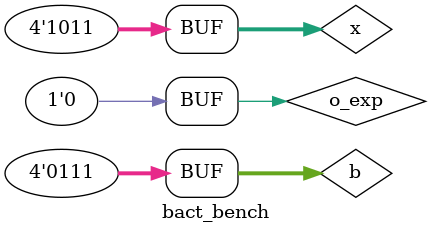
<source format=v>
`timescale 1 ns/10 ps

module bact_bench;
   parameter WIDTH = 4;

   reg[3:0] x,b;
   wire o;
   reg o_exp;

   bact #(WIDTH) bactI(x,b,o);

   initial begin
       x     = 4'b0000;
       b     = 4'b0000;
       o_exp = 1'b1;
       #10;
       x     = 4'b0011;
       b     = 4'b0111;
       o_exp = 1'b1;
       #10;
       x     = 4'b0000;
       b     = 4'b1101;
       o_exp = 1'b0;
       #10;
       x     = 4'b1111;
       b     = 4'b1100;
       o_exp = 1'b1;
       #10;
       x     = 4'b1011;
       b     = 4'b0111;
       o_exp = 1'b0;
   end

endmodule

</source>
